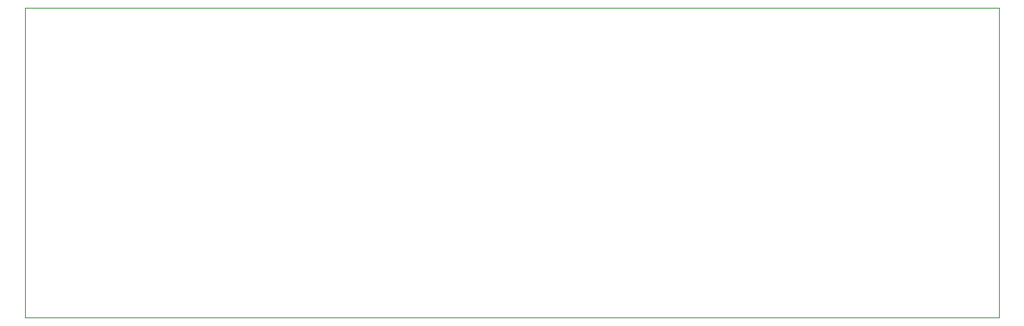
<source format=gbr>
G04 #@! TF.FileFunction,Profile,NP*
%FSLAX46Y46*%
G04 Gerber Fmt 4.6, Leading zero omitted, Abs format (unit mm)*
G04 Created by KiCad (PCBNEW (2015-05-12 BZR 5652)-product) date Sun 28 Jun 2015 21:23:25 BST*
%MOMM*%
G01*
G04 APERTURE LIST*
%ADD10C,0.100000*%
G04 APERTURE END LIST*
D10*
X105550000Y0D02*
X105550000Y5320000D01*
X0Y0D02*
X105550000Y0D01*
X0Y5320000D02*
X0Y0D01*
X0Y33620000D02*
X0Y32620000D01*
X105550000Y33620000D02*
X0Y33620000D01*
X105550000Y32620000D02*
X105550000Y33620000D01*
X0Y32570000D02*
X0Y32620000D01*
X0Y5320000D02*
X0Y32570000D01*
X105550000Y8020000D02*
X105550000Y5320000D01*
X105550000Y32620000D02*
X105550000Y8020000D01*
M02*

</source>
